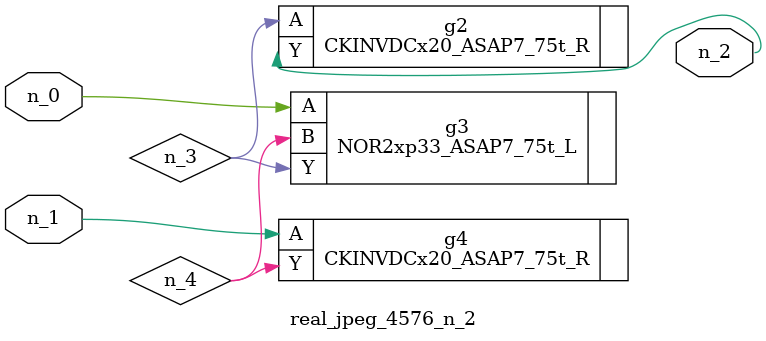
<source format=v>
module real_jpeg_4576_n_2 (n_1, n_0, n_2);

input n_1;
input n_0;

output n_2;

wire n_4;
wire n_3;

NOR2xp33_ASAP7_75t_L g3 ( 
.A(n_0),
.B(n_4),
.Y(n_3)
);

CKINVDCx20_ASAP7_75t_R g4 ( 
.A(n_1),
.Y(n_4)
);

CKINVDCx20_ASAP7_75t_R g2 ( 
.A(n_3),
.Y(n_2)
);


endmodule
</source>
